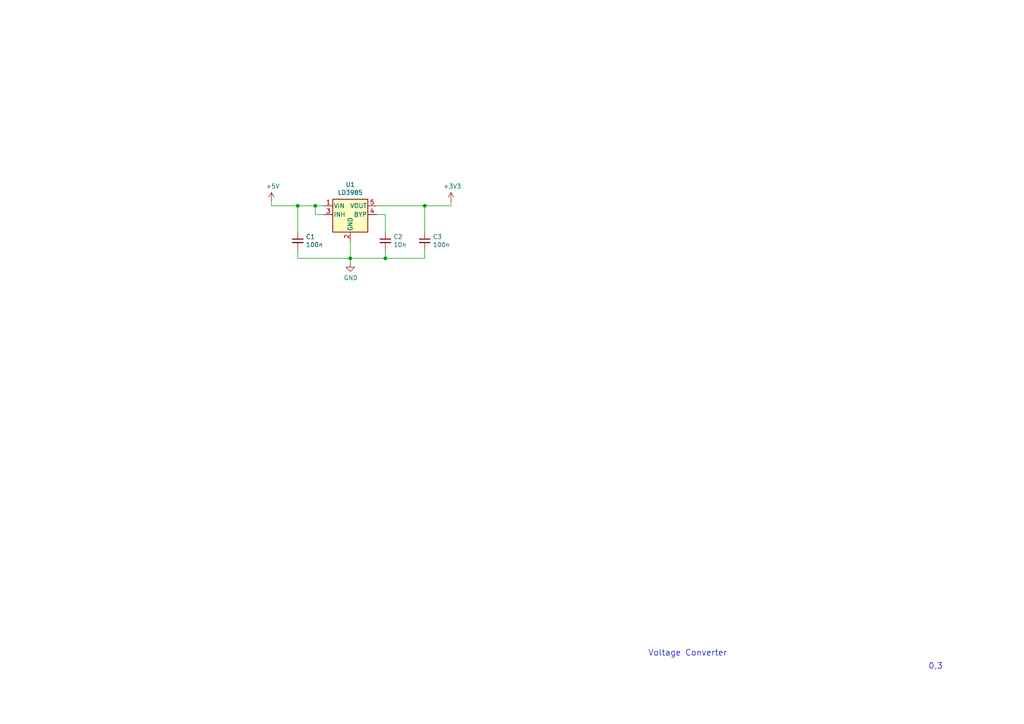
<source format=kicad_sch>
(kicad_sch (version 20211123) (generator eeschema)
  (paper "A4")
  (lib_symbols
    (symbol "Device:C_Small" (pin_numbers hide) (pin_names (offset 0.254) hide)
      (property "Reference" "C" (at 0.254 1.778 0))
      (property "Value" "C_Small" (at 0.254 -2.032 0))
      (symbol "C_Small_0_1"
        (polyline (pts (xy -1.524 -0.508) (xy 1.524 -0.508)) (stroke (width 0.3302)))
        (polyline (pts (xy -1.524 0.508) (xy 1.524 0.508)) (stroke (width 0.3048)))
      )
      (symbol "C_Small_1_1"
        (pin passive line (at 0 2.54 270) (length 2.032) (name "~") (number "1"))
        (pin passive line (at 0 -2.54 90) (length 2.032) (name "~") (number "2"))
      )
    )
    (symbol "Regulator_Linear:LD3985M33R_SOT23" (pin_names (offset 0.254))
      (property "Reference" "U" (at -3.81 5.715 0))
      (property "Value" "LD3985M33R_SOT23" (at 0 5.715 0))
      (symbol "LD3985M33R_SOT23_0_1"
        (rectangle (start -5.08 4.445) (end 5.08 -5.08) (stroke (width 0.254)) (fill (type background)))
      )
      (symbol "LD3985M33R_SOT23_1_1"
        (pin power_in line (at -7.62 2.54 0) (length 2.54) (name "VIN") (number "1"))
        (pin power_in line (at 0 -7.62 90) (length 2.54) (name "GND") (number "2"))
        (pin input line (at -7.62 0 0) (length 2.54) (name "INH") (number "3"))
        (pin input line (at 7.62 0 180) (length 2.54) (name "BYP") (number "4"))
        (pin power_out line (at 7.62 2.54 180) (length 2.54) (name "VOUT") (number "5"))
      )
    )
    (symbol "power:+3.3V" (power) (pin_names (offset 0))
      (property "Value" "+3.3V" (at 0 3.556 0))
      (symbol "+3.3V_0_1"
        (polyline (pts (xy -0.762 1.27) (xy 0 2.54)))
        (polyline (pts (xy 0 0) (xy 0 2.54)))
        (polyline (pts (xy 0 2.54) (xy 0.762 1.27)))
      )
      (symbol "+3.3V_1_1"
        (pin power_in line (at 0 0 90) (length 0) hide (name "+3V3") (number "1"))
      )
    )
    (symbol "power:+5V" (power) (pin_names (offset 0))
      (property "Value" "+5V" (at 0 3.556 0))
      (symbol "+5V_0_1"
        (polyline (pts (xy -0.762 1.27) (xy 0 2.54)))
        (polyline (pts (xy 0 0) (xy 0 2.54)))
        (polyline (pts (xy 0 2.54) (xy 0.762 1.27)))
      )
      (symbol "+5V_1_1"
        (pin power_in line (at 0 0 90) (length 0) hide (name "+5V") (number "1"))
      )
    )
    (symbol "power:GND" (power) (pin_names (offset 0))
      (property "Value" "GND" (at 0 -3.81 0))
      (symbol "GND_0_1"
        (polyline (pts (xy 0 0) (xy 0 -1.27) (xy 1.27 -1.27) (xy 0 -2.54) (xy -1.27 -1.27) (xy 0 -1.27)))
      )
      (symbol "GND_1_1"
        (pin power_in line (at 0 0 270) (length 0) hide (name "GND") (number "1"))
      )
    )
  )
  (junction (at 123.19 59.69))
  (junction (at 101.6 74.93))
  (junction (at 111.76 74.93))
  (junction (at 91.44 59.69))
  (junction (at 86.36 59.69))
  (wire (pts (xy 111.76 72.39) (xy 111.76 74.93)))
  (wire (pts (xy 101.6 74.93) (xy 111.76 74.93)))
  (wire (pts (xy 78.74 59.69) (xy 86.36 59.69)))
  (wire (pts (xy 123.19 67.31) (xy 123.19 59.69)))
  (wire (pts (xy 111.76 67.31) (xy 111.76 62.23)))
  (wire (pts (xy 93.98 62.23) (xy 91.44 62.23)))
  (wire (pts (xy 123.19 59.69) (xy 130.81 59.69)))
  (wire (pts (xy 86.36 59.69) (xy 91.44 59.69)))
  (wire (pts (xy 101.6 76.2) (xy 101.6 74.93)))
  (wire (pts (xy 111.76 74.93) (xy 123.19 74.93)))
  (wire (pts (xy 91.44 62.23) (xy 91.44 59.69)))
  (wire (pts (xy 123.19 74.93) (xy 123.19 72.39)))
  (wire (pts (xy 101.6 74.93) (xy 101.6 69.85)))
  (wire (pts (xy 86.36 74.93) (xy 86.36 72.39)))
  (wire (pts (xy 78.74 59.69) (xy 78.74 58.42)))
  (wire (pts (xy 86.36 67.31) (xy 86.36 59.69)))
  (wire (pts (xy 93.98 59.69) (xy 91.44 59.69)))
  (wire (pts (xy 111.76 62.23) (xy 109.22 62.23)))
  (wire (pts (xy 86.36 74.93) (xy 101.6 74.93)))
  (wire (pts (xy 130.81 59.69) (xy 130.81 58.42)))
  (wire (pts (xy 109.22 59.69) (xy 123.19 59.69)))
  (text "0,3" (at 269.24 194.31 0) (effects (font (size 1.7018 1.7018)) (justify left bottom)))
  (text "Voltage Converter" (at 187.96 190.5 0) (effects (font (size 1.7018 1.7018)) (justify left bottom)))
  (symbol (lib_id "Regulator_Linear:LD3985M33R_SOT23") (at 101.6 62.23 0) (unit 1)
    (property "Reference" "U1" (at 101.6 53.5432 0))
    (property "Value" "LD3985" (at 101.6 55.8546 0))
    (property "Footprint" "Package_TO_SOT_SMD:SOT-23-5" (effects hide))
    (property "Datasheet" "/home/Shared/Dropbpx/NeXT/DALI_USB_interface/PCB/DALI_USB_V0_5_LPC/datasheets/STMicroelectronics-LD3985M30R_C157416.pdf" (effects hide))
    (property "Digikey" "497-3504-1-ND " (effects hide))
    (property "LCSC" "C157416" (effects hide))
  )
  (symbol (lib_id "power:GND") (at 101.6 76.2 0) (unit 1)
    (property "Reference" "#PWR0101" (effects hide))
    (property "Value" "GND" (at 101.727 80.5942 0))
  )
  (symbol (lib_id "power:+3.3V") (at 130.81 58.42 0) (unit 1)
    (property "Reference" "#PWR0102" (effects hide))
    (property "Value" "+3.3V" (at 131.191 54.0258 0))
  )
  (symbol (lib_id "Device:C_Small") (at 86.36 69.85 0) (unit 1)
    (property "Reference" "C1" (at 88.6968 68.6816 0) (effects (justify left)))
    (property "Value" "100n" (at 88.6968 70.993 0) (effects (justify left)))
    (property "Footprint" "Capacitor_SMD:C_0603_1608Metric" (effects hide))
    (property "Datasheet" "/home/Shared/Dropbpx/NeXT/DALI_USB_interface/PCB/DALI_USB_V0_5_LPC/datasheets/YAGEO-CC0603KRX7R9BB104_C14663.pdf" (effects hide))
    (property "LCSC" "C14663" (effects hide))
  )
  (symbol (lib_id "Device:C_Small") (at 111.76 69.85 0) (unit 1)
    (property "Reference" "C2" (at 114.0968 68.6816 0) (effects (justify left)))
    (property "Value" "10n" (at 114.0968 70.993 0) (effects (justify left)))
    (property "Footprint" "Capacitor_SMD:C_0603_1608Metric" (effects hide))
    (property "Datasheet" "/home/Shared/Dropbpx/NeXT/DALI_USB_interface/PCB/DALI_USB_V0_5_LPC/datasheets/Guangdong-Fenghua-Advanced-Tech-0603B103K500NT_C57112.pdf" (effects hide))
    (property "LCSC" "C57112" (effects hide))
  )
  (symbol (lib_id "Device:C_Small") (at 123.19 69.85 0) (unit 1)
    (property "Reference" "C3" (at 125.5268 68.6816 0) (effects (justify left)))
    (property "Value" "100n" (at 125.5268 70.993 0) (effects (justify left)))
    (property "Footprint" "Capacitor_SMD:C_0603_1608Metric" (effects hide))
    (property "Datasheet" "/home/Shared/Dropbpx/NeXT/DALI_USB_interface/PCB/DALI_USB_V0_5_LPC/datasheets/YAGEO-CC0603KRX7R9BB104_C14663.pdf" (effects hide))
    (property "LCSC" "C14663" (effects hide))
  )
  (symbol (lib_id "power:+5V") (at 78.74 58.42 0) (unit 1)
    (property "Reference" "#PWR0103" (effects hide))
    (property "Value" "+5V" (at 79.121 54.0258 0))
  )
)
</source>
